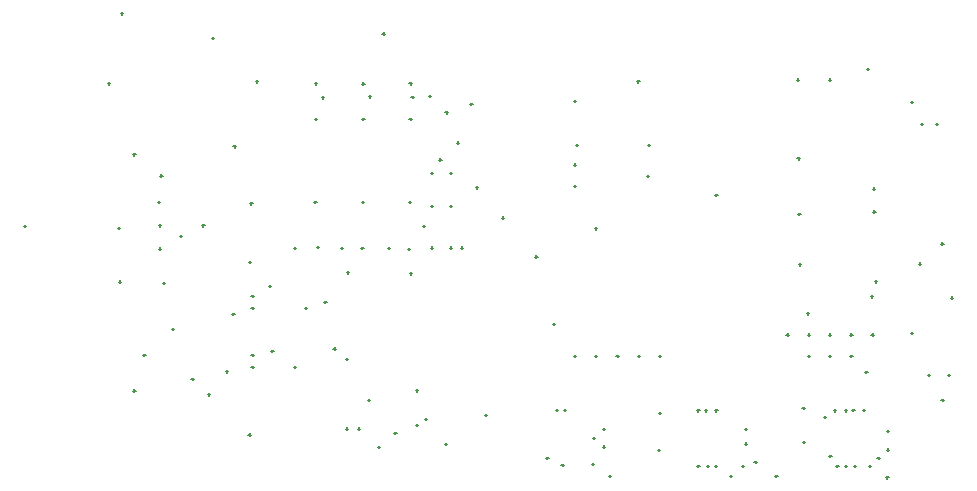
<source format=gbr>
%TF.GenerationSoftware,Altium Limited,Altium Designer,20.0.13 (296)*%
G04 Layer_Color=128*
%FSLAX26Y26*%
%MOIN*%
%TF.FileFunction,Drillmap*%
%TF.Part,Single*%
G01*
G75*
%TA.AperFunction,NonConductor*%
%ADD93C,0.005000*%
D93*
X2620079Y217520D02*
X2627953D01*
X2624016Y213583D02*
Y221457D01*
X2622047Y103347D02*
X2629921D01*
X2625984Y99409D02*
Y107284D01*
X2899606Y-13780D02*
X2907480D01*
X2903543Y-17716D02*
Y-9842D01*
X3083661Y243110D02*
X3091535D01*
X3087598Y239173D02*
Y247047D01*
X2982284Y467520D02*
X2990157D01*
X2986220Y463583D02*
Y471457D01*
X3114173Y585630D02*
X3122047D01*
X3118110Y581693D02*
Y589567D01*
X2069882Y1306102D02*
X2077756D01*
X2073819Y1302165D02*
Y1310039D01*
X1220472Y1465551D02*
X1228346D01*
X1224409Y1461614D02*
Y1469488D01*
X1409449Y1045276D02*
X1417323D01*
X1413386Y1041339D02*
Y1049213D01*
X1619094Y852362D02*
X1626968D01*
X1623032Y848425D02*
Y856299D01*
X2105315Y1094488D02*
X2113189D01*
X2109252Y1090551D02*
Y1098425D01*
X2101378Y991142D02*
X2109252D01*
X2105315Y987205D02*
Y995079D01*
X2329724Y927165D02*
X2337598D01*
X2333661Y923228D02*
Y931102D01*
X2835630Y1346457D02*
X2843504D01*
X2839567Y1342520D02*
Y1350394D01*
X2981299Y1237205D02*
X2989173D01*
X2985236Y1233268D02*
Y1241142D01*
X2847441Y589567D02*
X2855315D01*
X2851378Y585630D02*
Y593504D01*
X2856299Y872047D02*
X2864173D01*
X2860236Y868110D02*
Y875984D01*
X2855315Y948819D02*
X2863189D01*
X2859252Y944882D02*
Y952756D01*
X2603347Y1049213D02*
X2611220D01*
X2607284Y1045276D02*
Y1053150D01*
X2606299Y865158D02*
X2614173D01*
X2610236Y861221D02*
Y869095D01*
X2607284Y695866D02*
X2615157D01*
X2611220Y691929D02*
Y699803D01*
X2634843Y532480D02*
X2642716D01*
X2638780Y528543D02*
Y536417D01*
X2829724Y336614D02*
X2837598D01*
X2833661Y332677D02*
Y340551D01*
X2691929Y187992D02*
X2699803D01*
X2695866Y184055D02*
Y191929D01*
X2709646Y57087D02*
X2717520D01*
X2713583Y53150D02*
Y61024D01*
X1918307Y30512D02*
X1926181D01*
X1922244Y26575D02*
Y34449D01*
Y118110D02*
X1930118D01*
X1926181Y114173D02*
Y122047D01*
X2419291Y23622D02*
X2427165D01*
X2423228Y19685D02*
Y27559D01*
X2140748Y201772D02*
X2148622D01*
X2144685Y197835D02*
Y205709D01*
X2137795Y76772D02*
X2145669D01*
X2141732Y72835D02*
Y80709D01*
X1171260Y244095D02*
X1179134D01*
X1175197Y240157D02*
Y248031D01*
X1204724Y86614D02*
X1212598D01*
X1208661Y82677D02*
Y90551D01*
X1428150Y97441D02*
X1436024D01*
X1432087Y93504D02*
Y101378D01*
X1561024Y194882D02*
X1568898D01*
X1564961Y190945D02*
Y198819D01*
X1729331Y722441D02*
X1737205D01*
X1733268Y718504D02*
Y726378D01*
X1017716Y1252953D02*
X1025591D01*
X1021654Y1249016D02*
Y1256890D01*
X1175197Y1255906D02*
X1183071D01*
X1179134Y1251968D02*
Y1259842D01*
X1316929Y1254921D02*
X1324803D01*
X1320866Y1250984D02*
Y1258858D01*
X1512795Y1231299D02*
X1520669D01*
X1516732Y1227362D02*
Y1235236D01*
X1531496Y952756D02*
X1539370D01*
X1535433Y948819D02*
Y956693D01*
X1149606Y750000D02*
X1157480D01*
X1153543Y746063D02*
Y753937D01*
X1305118Y748032D02*
X1312992D01*
X1309055Y744095D02*
Y751968D01*
X1312008Y666339D02*
X1319882D01*
X1315945Y662402D02*
Y670276D01*
X1102362Y669291D02*
X1110236D01*
X1106299Y665354D02*
Y673228D01*
X1001968Y754921D02*
X1009842D01*
X1005905Y750984D02*
Y758858D01*
X545276Y791339D02*
X553150D01*
X549213Y787402D02*
Y795276D01*
X841535Y625000D02*
X849409D01*
X845472Y621063D02*
Y628937D01*
X849409Y406496D02*
X857284D01*
X853346Y402559D02*
Y410433D01*
X697835Y339567D02*
X705709D01*
X701772Y335630D02*
Y343504D01*
X637795Y262795D02*
X645669D01*
X641732Y258858D02*
Y266732D01*
X773622Y128937D02*
X781496D01*
X777559Y125000D02*
Y132874D01*
X348425Y1532480D02*
X356299D01*
X352362Y1528543D02*
Y1536417D01*
X651575Y1451772D02*
X659449D01*
X655512Y1447835D02*
Y1455709D01*
X799213Y1306102D02*
X807087D01*
X803150Y1302165D02*
Y1310039D01*
X723425Y1089567D02*
X731299D01*
X727362Y1085630D02*
Y1093504D01*
X479331Y992126D02*
X487205D01*
X483268Y988189D02*
Y996063D01*
X471457Y904528D02*
X479331D01*
X475394Y900591D02*
Y908465D01*
X779528Y899606D02*
X787402D01*
X783465Y895669D02*
Y903543D01*
X719488Y531496D02*
X727362D01*
X723425Y527559D02*
Y535433D01*
X774606Y703740D02*
X782480D01*
X778543Y699803D02*
Y707677D01*
X341535Y638779D02*
X349409D01*
X345472Y634842D02*
Y642716D01*
X488189Y634842D02*
X496063D01*
X492126Y630905D02*
Y638779D01*
X423228Y393701D02*
X431102D01*
X427165Y389764D02*
Y397638D01*
X3064370Y1163386D02*
X3072244D01*
X3068307Y1159449D02*
Y1167323D01*
X3014370Y1163386D02*
X3022244D01*
X3018307Y1159449D02*
Y1167323D01*
X2708662Y1312401D02*
X2716536D01*
X2712599Y1308464D02*
Y1316338D01*
X2602362Y1312401D02*
X2610236D01*
X2606299Y1308464D02*
Y1316338D01*
X1330709Y276083D02*
X1338583D01*
X1334646Y272146D02*
Y280020D01*
X1097441Y379921D02*
X1105315D01*
X1101378Y375984D02*
Y383858D01*
X1081496Y750000D02*
X1089370D01*
X1085433Y746063D02*
Y753937D01*
X1238976Y750000D02*
X1246850D01*
X1242913Y746063D02*
Y753937D01*
X1381890Y751968D02*
X1389764D01*
X1385827Y748032D02*
Y755905D01*
X1482284Y751968D02*
X1490158D01*
X1486220Y748032D02*
Y755905D01*
X1444882Y751968D02*
X1452756D01*
X1448819Y748032D02*
Y755905D01*
X924016Y750000D02*
X931890D01*
X927953Y746063D02*
Y753937D01*
X1858268Y391142D02*
X1866142D01*
X1862205Y387205D02*
Y395079D01*
X1259842Y134534D02*
X1267716D01*
X1263780Y130597D02*
Y138471D01*
X924016Y354331D02*
X931890D01*
X927953Y350394D02*
Y358268D01*
X1929134Y816338D02*
X1937008D01*
X1933071Y812401D02*
Y820275D01*
X2529528Y-9843D02*
X2537402D01*
X2533465Y-13780D02*
Y-5906D01*
X2377953Y-9843D02*
X2385827D01*
X2381890Y-13780D02*
Y-5906D01*
X2328740Y24353D02*
X2336614D01*
X2332677Y20416D02*
Y28290D01*
X2301181Y24353D02*
X2309055D01*
X2305118Y20416D02*
Y28290D01*
X2269685Y24353D02*
X2277559D01*
X2273622Y20416D02*
Y28290D01*
X1974409Y-9843D02*
X1982284D01*
X1978347Y-13780D02*
Y-5906D01*
X1955610Y147638D02*
X1963484D01*
X1959547Y143701D02*
Y151575D01*
X1955610Y88583D02*
X1963484D01*
X1959547Y84646D02*
Y92520D01*
X2870079Y50197D02*
X2877953D01*
X2874016Y46260D02*
Y54134D01*
X2428051Y147638D02*
X2435925D01*
X2431988Y143701D02*
Y151575D01*
X2460123Y38509D02*
X2467997D01*
X2464060Y34572D02*
Y42446D01*
X2428051Y98740D02*
X2435925D01*
X2431988Y94803D02*
Y102677D01*
X3082677Y765315D02*
X3090551D01*
X3086614Y761378D02*
Y769252D01*
X619488Y825787D02*
X627362D01*
X623425Y821850D02*
Y829724D01*
X1057087Y415354D02*
X1064961D01*
X1061024Y411417D02*
Y419291D01*
X1026378Y570866D02*
X1034252D01*
X1030315Y566929D02*
Y574803D01*
X962205Y550000D02*
X970079D01*
X966142Y546063D02*
Y553937D01*
X475000Y749016D02*
X482874D01*
X478937Y745079D02*
Y752953D01*
X1816929Y27559D02*
X1824803D01*
X1820866Y23622D02*
Y31496D01*
X1766339Y50197D02*
X1774213D01*
X1770276Y46260D02*
Y54134D01*
X2862204Y639173D02*
X2870078D01*
X2866141Y635236D02*
Y643110D01*
X1309154Y904626D02*
X1317028D01*
X1313091Y900689D02*
Y908563D01*
X2901772Y78740D02*
X2909646D01*
X2905709Y74803D02*
Y82677D01*
X1787402Y497441D02*
X1795276D01*
X1791339Y493504D02*
Y501378D01*
X783465Y393701D02*
X791339D01*
X787402Y389764D02*
Y397638D01*
X783465Y590551D02*
X791339D01*
X787402Y586614D02*
Y594488D01*
X783465Y354331D02*
X791339D01*
X787402Y350394D02*
Y358268D01*
X783465Y551181D02*
X791339D01*
X787402Y547244D02*
Y555118D01*
X1330709Y161417D02*
X1338583D01*
X1334646Y157480D02*
Y165354D01*
X1361614Y181102D02*
X1369488D01*
X1365551Y177165D02*
Y185039D01*
X1098425Y149016D02*
X1106299D01*
X1102362Y145079D02*
Y152953D01*
X1137795Y149016D02*
X1145669D01*
X1141732Y145079D02*
Y152953D01*
X1355512Y824409D02*
X1363386D01*
X1359449Y820472D02*
Y828346D01*
X304134Y1299213D02*
X312008D01*
X308071Y1295276D02*
Y1303150D01*
X389764Y1062992D02*
X397638D01*
X393701Y1059055D02*
Y1066929D01*
X3105433Y326850D02*
X3113307D01*
X3109370Y322913D02*
Y330787D01*
X3037677Y326772D02*
X3045551D01*
X3041614Y322835D02*
Y330709D01*
X25591Y824803D02*
X33465D01*
X29528Y820866D02*
Y828740D01*
X1430118Y1202756D02*
X1437992D01*
X1434055Y1198819D02*
Y1206693D01*
X389764Y275591D02*
X397638D01*
X393701Y271654D02*
Y279528D01*
X2901772Y140000D02*
X2909646D01*
X2905709Y136063D02*
Y143937D01*
X3007874Y698898D02*
X3015748D01*
X3011811Y694961D02*
Y702835D01*
X517716Y480945D02*
X525591D01*
X521654Y477008D02*
Y484882D01*
X475000Y825787D02*
X482874D01*
X478937Y821850D02*
Y829724D01*
X338583Y818405D02*
X346457D01*
X342520Y814468D02*
Y822342D01*
X2269685Y209646D02*
X2277559D01*
X2273622Y205709D02*
Y213583D01*
X2329724Y209646D02*
X2337598D01*
X2333661Y205709D02*
Y213583D01*
X2295276Y209646D02*
X2303150D01*
X2299213Y205709D02*
Y213583D01*
X2786492Y210125D02*
X2794367D01*
X2790430Y206188D02*
Y214062D01*
X2820866Y211811D02*
X2828740D01*
X2824803Y207874D02*
Y215748D01*
X2761811Y209646D02*
X2769685D01*
X2765748Y205709D02*
Y213583D01*
X2724619Y209646D02*
X2732492D01*
X2728555Y205709D02*
Y213583D01*
X583858Y313091D02*
X591732D01*
X587795Y309154D02*
Y317027D01*
X1797370Y209968D02*
X1805244D01*
X1801307Y206031D02*
Y213905D01*
X1824934Y209843D02*
X1832807D01*
X1828870Y205905D02*
Y213780D01*
X1381890Y889764D02*
X1389764D01*
X1385827Y885827D02*
Y893701D01*
X2779527Y462008D02*
X2787401D01*
X2783464Y458071D02*
Y465945D01*
X2566929Y462008D02*
X2574803D01*
X2570866Y458071D02*
Y465945D01*
X2708661Y391142D02*
X2716535D01*
X2712598Y387205D02*
Y395079D01*
X2637795Y391142D02*
X2645669D01*
X2641732Y387205D02*
Y395079D01*
X2790839Y24606D02*
X2798713D01*
X2794776Y20669D02*
Y28543D01*
X2732733Y23720D02*
X2740607D01*
X2736670Y19783D02*
Y27657D01*
X2761811Y23720D02*
X2769685D01*
X2765748Y19783D02*
Y27657D01*
X2840551Y23720D02*
X2848425D01*
X2844488Y19783D02*
Y27657D01*
X1858268Y1241535D02*
X1866142D01*
X1862205Y1237598D02*
Y1245472D01*
X1864173Y1093504D02*
X1872047D01*
X1868110Y1089567D02*
Y1097441D01*
X1858268Y1028937D02*
X1866142D01*
X1862205Y1025000D02*
Y1032874D01*
X1858268Y958071D02*
X1866142D01*
X1862205Y954134D02*
Y962008D01*
X1929134Y391142D02*
X1937008D01*
X1933071Y387205D02*
Y395079D01*
X2000000Y391142D02*
X2007874D01*
X2003937Y387205D02*
Y395079D01*
X2070866Y391142D02*
X2078740D01*
X2074803Y387205D02*
Y395079D01*
X2141732Y391142D02*
X2149606D01*
X2145669Y387205D02*
Y395079D01*
X2637795Y462008D02*
X2645669D01*
X2641732Y458071D02*
Y465945D01*
X2708661Y462008D02*
X2716535D01*
X2712598Y458071D02*
Y465945D01*
X2850393Y462008D02*
X2858267D01*
X2854330Y458071D02*
Y465945D01*
X2779527Y391142D02*
X2787401D01*
X2783464Y387205D02*
Y395079D01*
X1310236Y1299213D02*
X1318110D01*
X1314173Y1295276D02*
Y1303150D01*
X1444882Y889764D02*
X1452756D01*
X1448819Y885827D02*
Y893701D01*
X1444882Y1000000D02*
X1452756D01*
X1448819Y996063D02*
Y1003937D01*
X1152756Y1298706D02*
X1160630D01*
X1156693Y1294769D02*
Y1302643D01*
X1381890Y1000000D02*
X1389764D01*
X1385827Y996063D02*
Y1003937D01*
X1151673Y904626D02*
X1159547D01*
X1155610Y900689D02*
Y908563D01*
X993110Y903543D02*
X1000984D01*
X997047Y899606D02*
Y907480D01*
X1467716Y1102362D02*
X1475591D01*
X1471653Y1098425D02*
Y1106299D01*
X1375984Y1257874D02*
X1383858D01*
X1379921Y1253937D02*
Y1261811D01*
X1310236Y1181102D02*
X1318110D01*
X1314173Y1177165D02*
Y1185039D01*
X1152756Y1181102D02*
X1160630D01*
X1156693Y1177165D02*
Y1185039D01*
X995276Y1299213D02*
X1003150D01*
X999213Y1295276D02*
Y1303150D01*
X995276Y1181102D02*
X1003150D01*
X999213Y1177165D02*
Y1185039D01*
%TF.MD5,99b13dc63c5a86f136d926daf8681868*%
M02*

</source>
